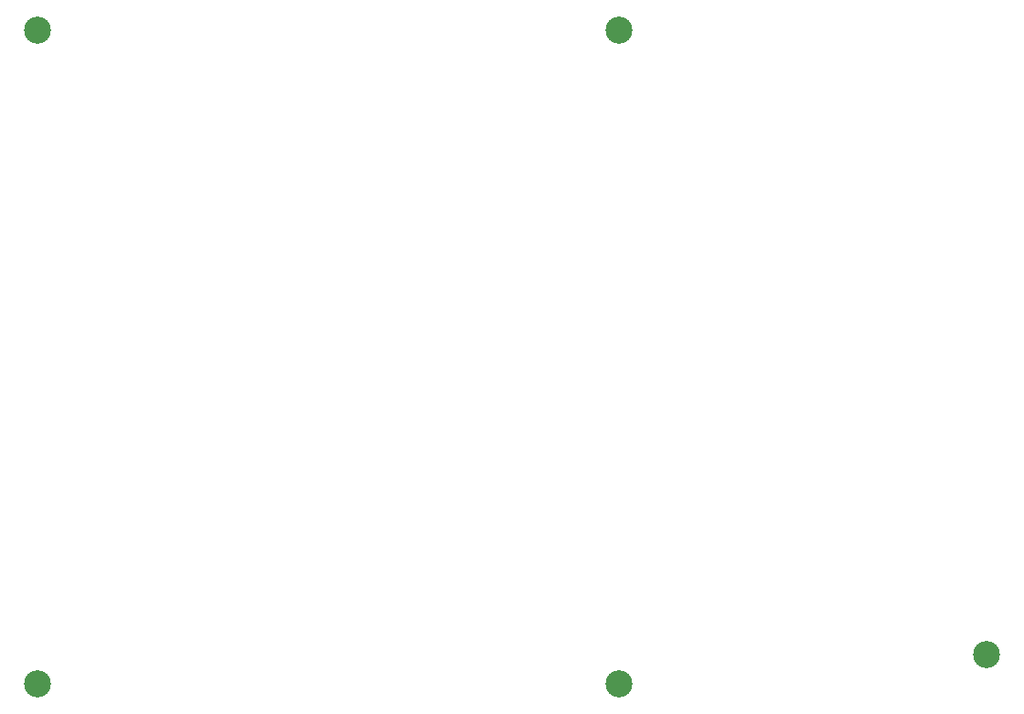
<source format=gbr>
%TF.GenerationSoftware,KiCad,Pcbnew,8.0.5*%
%TF.CreationDate,2024-09-26T23:10:04+07:00*%
%TF.ProjectId,HW.ACIM-DBG,48572e41-4349-44d2-9d44-42472e6b6963,0.1*%
%TF.SameCoordinates,Original*%
%TF.FileFunction,NonPlated,1,4,NPTH,Drill*%
%TF.FilePolarity,Positive*%
%FSLAX46Y46*%
G04 Gerber Fmt 4.6, Leading zero omitted, Abs format (unit mm)*
G04 Created by KiCad (PCBNEW 8.0.5) date 2024-09-26 23:10:04*
%MOMM*%
%LPD*%
G01*
G04 APERTURE LIST*
%TA.AperFunction,ComponentDrill*%
%ADD10C,2.500000*%
%TD*%
G04 APERTURE END LIST*
D10*
%TO.C,SH1*%
X111975000Y-37500000D03*
%TO.C,SH4*%
X111975000Y-98000000D03*
%TO.C,SH2*%
X165775000Y-37500000D03*
%TO.C,SH3*%
X165775000Y-98000000D03*
%TO.C,SH5*%
X199787500Y-95312500D03*
M02*

</source>
